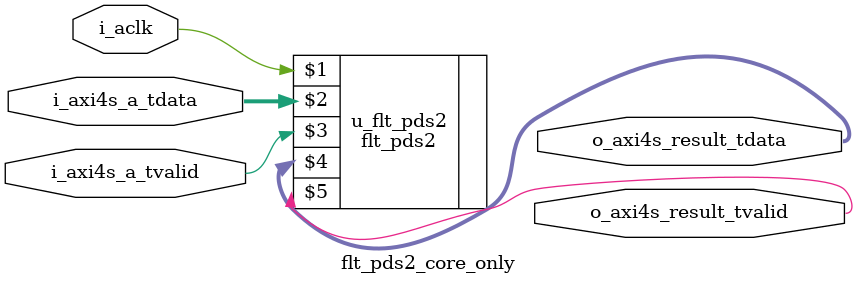
<source format=v>


module flt_pds2_core_only
(

    i_aclk,

    i_axi4s_a_tdata,

    i_axi4s_a_tvalid,

    o_axi4s_result_tdata,

    o_axi4s_result_tvalid
);


localparam TUSER_IN_A_WIDTH = 0;

localparam TUSER_IN_B_WIDTH = 0;

localparam TUSER_IN_C_WIDTH = 0;

localparam TUSER_IN_OPERATION_WIDTH = 0;

localparam INVALID_OP_WIDTH = 0;

localparam UNDERFLOW_WIDTH = 0;

localparam OVERFLOW_WIDTH = 0;

localparam DIVIDE_BY_ZERO_WIDTH = 0;

localparam ACCUM_OVERFLOW_WIDTH = 0;

localparam ACCUM_INPUT_OVERFLOW_WIDTH = 0;


localparam TUSER_RESULT_WIDTH = TUSER_IN_A_WIDTH + TUSER_IN_B_WIDTH + TUSER_IN_C_WIDTH + TUSER_IN_OPERATION_WIDTH + INVALID_OP_WIDTH + UNDERFLOW_WIDTH + OVERFLOW_WIDTH + DIVIDE_BY_ZERO_WIDTH + ACCUM_OVERFLOW_WIDTH + ACCUM_INPUT_OVERFLOW_WIDTH;


localparam EXP_WIDTH = 8;
localparam MAN_WIDTH = 23;
localparam RNE = 6;
localparam RNE1 = 20;
localparam RNE2 = 19;

localparam INPUT_FIXED_INT_BIT = 32;
localparam INPUT_FIXED_FRAC_BIT = 0;

localparam RESULT_FIXED_INT_BIT = 32; // unused
localparam RESULT_FIXED_FRAC_BIT = 0; // unused

localparam FLOAT_OUT_EXP = 5;
localparam FLOAT_OUT_FRAC = 11;

localparam WIDTH = 1 + EXP_WIDTH + MAN_WIDTH;

localparam FRAC_WIDTH = 1 + MAN_WIDTH;

localparam TDATA_WIDTH = (WIDTH[2:0] == 0) ? WIDTH : (((WIDTH >> 3) + 1) << 3);

localparam OUT_WIDTH = 1 + EXP_WIDTH + MAN_WIDTH;

localparam TDATA_OUT_WIDTH = (OUT_WIDTH[2:0] == 0) ? OUT_WIDTH : (((OUT_WIDTH >> 3) + 1) << 3);

input i_aclk;

input [TDATA_WIDTH-1:0] i_axi4s_a_tdata;

input i_axi4s_a_tvalid;

output [TDATA_OUT_WIDTH-1:0] o_axi4s_result_tdata;

output o_axi4s_result_tvalid;

flt_pds2 u_flt_pds2
(

    i_aclk,

    i_axi4s_a_tdata,

    i_axi4s_a_tvalid,

    o_axi4s_result_tdata,

    o_axi4s_result_tvalid
);

endmodule


</source>
